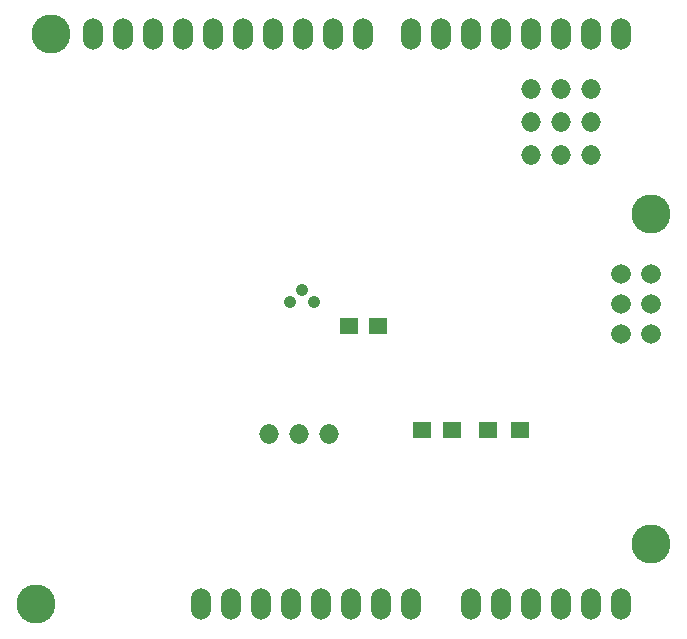
<source format=gbs>
G04 #@! TF.GenerationSoftware,KiCad,Pcbnew,no-vcs-found-2a3a699~58~ubuntu16.04.1*
G04 #@! TF.CreationDate,2017-05-22T10:07:49+03:00*
G04 #@! TF.ProjectId,interferometer,696E7465726665726F6D657465722E6B,1*
G04 #@! TF.FileFunction,Soldermask,Bot*
G04 #@! TF.FilePolarity,Negative*
%FSLAX46Y46*%
G04 Gerber Fmt 4.6, Leading zero omitted, Abs format (unit mm)*
G04 Created by KiCad (PCBNEW no-vcs-found-2a3a699~58~ubuntu16.04.1) date Mon May 22 10:07:49 2017*
%MOMM*%
%LPD*%
G01*
G04 APERTURE LIST*
%ADD10C,0.100000*%
%ADD11R,1.640000X1.390000*%
%ADD12R,1.640000X1.440000*%
%ADD13C,1.040000*%
%ADD14O,1.664000X1.664000*%
%ADD15C,1.664000*%
%ADD16O,1.664000X2.680000*%
%ADD17C,3.315000*%
G04 APERTURE END LIST*
D10*
D11*
X162834000Y-107315000D03*
X165334000Y-107315000D03*
D12*
X171149000Y-107315000D03*
X168449000Y-107315000D03*
D13*
X153638000Y-96520000D03*
X151638000Y-96520000D03*
X152638000Y-95520000D03*
D11*
X156611000Y-98552000D03*
X159111000Y-98552000D03*
D14*
X172085000Y-81280000D03*
X174625000Y-81280000D03*
X177165000Y-81280000D03*
X172085000Y-78486000D03*
X174625000Y-78486000D03*
X177165000Y-78486000D03*
X149860000Y-107696000D03*
X152400000Y-107696000D03*
X154940000Y-107696000D03*
X172085000Y-84074000D03*
X174625000Y-84074000D03*
X177165000Y-84074000D03*
D15*
X182206173Y-99230349D03*
X179666173Y-99230349D03*
X182206173Y-96690349D03*
X179666173Y-96690349D03*
X182206173Y-94150349D03*
X179666173Y-94150349D03*
D16*
X144106173Y-122090349D03*
X146646173Y-122090349D03*
X134962173Y-73830349D03*
X137502173Y-73830349D03*
D17*
X130136173Y-122090349D03*
X131406173Y-73830349D03*
X182206173Y-89070349D03*
X182206173Y-117010349D03*
D16*
X154266173Y-122090349D03*
X140042173Y-73830349D03*
X142582173Y-73830349D03*
X145122173Y-73830349D03*
X147662173Y-73830349D03*
X150202173Y-73830349D03*
X152742173Y-73830349D03*
X155282173Y-73830349D03*
X157822173Y-73830349D03*
X161886173Y-73830349D03*
X164426173Y-73830349D03*
X166966173Y-73830349D03*
X169506173Y-73830349D03*
X172046173Y-73830349D03*
X174586173Y-73830349D03*
X177126173Y-73830349D03*
X179666173Y-73830349D03*
X149186173Y-122090349D03*
X151726173Y-122090349D03*
X156806173Y-122090349D03*
X159346173Y-122090349D03*
X161886173Y-122090349D03*
X172046173Y-122090349D03*
X169506173Y-122090349D03*
X166966173Y-122090349D03*
X174586173Y-122090349D03*
X177126173Y-122090349D03*
X179666173Y-122090349D03*
M02*

</source>
